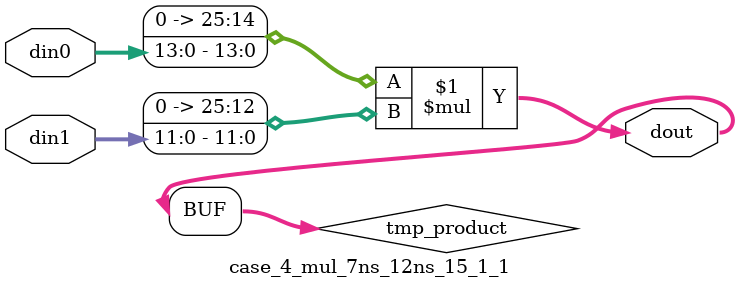
<source format=v>

`timescale 1 ns / 1 ps

 (* use_dsp = "no" *)  module case_4_mul_7ns_12ns_15_1_1(din0, din1, dout);
parameter ID = 1;
parameter NUM_STAGE = 0;
parameter din0_WIDTH = 14;
parameter din1_WIDTH = 12;
parameter dout_WIDTH = 26;

input [din0_WIDTH - 1 : 0] din0; 
input [din1_WIDTH - 1 : 0] din1; 
output [dout_WIDTH - 1 : 0] dout;

wire signed [dout_WIDTH - 1 : 0] tmp_product;
























assign tmp_product = $signed({1'b0, din0}) * $signed({1'b0, din1});











assign dout = tmp_product;





















endmodule

</source>
